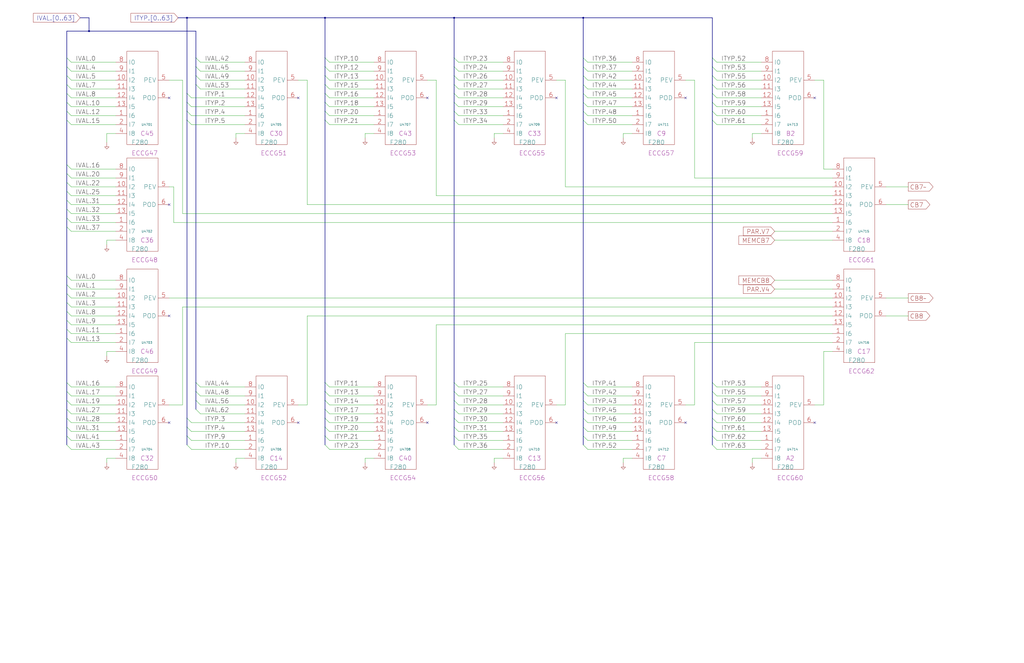
<source format=kicad_sch>
(kicad_sch (version 20220126) (generator eeschema)
  (paper "User" 584.2 378.46)
  (title_block (title "ERROR CHECKING & CORRECTION\\nCHECK BITS 7 & 8") (date "22-SEP-90") (rev "2.0") (comment 1 "IOC") (comment 2 "232-003061") (comment 3 "S400") (comment 4 "RELEASED"))
  (lib_symbols
    (symbol "r1000:F280" (pin_names (offset 1.016))
      (property "Reference" "U" (at 2.54 5.08 0))
      (property "Value" "F280" (at -6.35 -5.08 0))
      (property "Location" "___" (at -1.27 0 0))
      (property "Name" "______" (at 1.27 -12.7 0))
      (symbol "F280_1_1"
        (rectangle (start -8.89 46.99) (end 8.89 -6.35))
        (pin input line (at -15.24 10.16 0) (length 6.35) (name "I6") (number "1"))
        (pin input line (at -15.24 30.48 0) (length 6.35) (name "I2") (number "10"))
        (pin input line (at -15.24 25.4 0) (length 6.35) (name "I3") (number "11"))
        (pin input line (at -15.24 20.32 0) (length 6.35) (name "I4") (number "12"))
        (pin input line (at -15.24 15.24 0) (length 6.35) (name "I5") (number "13"))
        (pin input line (at -15.24 5.08 0) (length 6.35) (name "I7") (number "2"))
        (pin input line (at -15.24 0 0) (length 6.35) (name "I8") (number "4"))
        (pin output line (at 15.24 30.48 180) (length 6.35) (name "PEV") (number "5"))
        (pin output line (at 15.24 20.32 180) (length 6.35) (name "POD") (number "6"))
        (pin input line (at -15.24 40.64 0) (length 6.35) (name "I0") (number "8"))
        (pin input line (at -15.24 35.56 0) (length 6.35) (name "I1") (number "9"))
      )
    )
    (symbol "r1000:PD" (power) (pin_numbers hide) (pin_names hide) (in_bom no)
      (symbol "PD_0_1"
        (polyline (pts (xy 0 -2.54) (xy 1.27 -2.54) (xy 0 -3.81) (xy -1.27 -2.54) (xy 0 -2.54)) (stroke (width 0.1524)))
      )
      (symbol "PD_1_1"
        (pin power_in line (at 0 0 270) (length 2.54) (name "PD") (number "1"))
      )
    )
  )
  (bus (pts (xy 101.6 10.16) (xy 106.68 10.16)))
  (bus (pts (xy 106.68 10.16) (xy 106.68 53.34)))
  (bus (pts (xy 106.68 10.16) (xy 185.42 10.16)))
  (bus (pts (xy 106.68 238.76) (xy 106.68 243.84)))
  (bus (pts (xy 106.68 243.84) (xy 106.68 248.92)))
  (bus (pts (xy 106.68 248.92) (xy 106.68 254)))
  (bus (pts (xy 106.68 53.34) (xy 106.68 58.42)))
  (bus (pts (xy 106.68 58.42) (xy 106.68 63.5)))
  (bus (pts (xy 106.68 63.5) (xy 106.68 68.58)))
  (bus (pts (xy 106.68 68.58) (xy 106.68 238.76)))
  (bus (pts (xy 111.76 17.78) (xy 111.76 33.02)))
  (bus (pts (xy 111.76 218.44) (xy 111.76 223.52)))
  (bus (pts (xy 111.76 223.52) (xy 111.76 228.6)))
  (bus (pts (xy 111.76 228.6) (xy 111.76 233.68)))
  (bus (pts (xy 111.76 33.02) (xy 111.76 38.1)))
  (bus (pts (xy 111.76 38.1) (xy 111.76 43.18)))
  (bus (pts (xy 111.76 43.18) (xy 111.76 48.26)))
  (bus (pts (xy 111.76 48.26) (xy 111.76 218.44)))
  (bus (pts (xy 185.42 10.16) (xy 185.42 33.02)))
  (bus (pts (xy 185.42 10.16) (xy 259.08 10.16)))
  (bus (pts (xy 185.42 218.44) (xy 185.42 223.52)))
  (bus (pts (xy 185.42 223.52) (xy 185.42 228.6)))
  (bus (pts (xy 185.42 228.6) (xy 185.42 233.68)))
  (bus (pts (xy 185.42 233.68) (xy 185.42 238.76)))
  (bus (pts (xy 185.42 238.76) (xy 185.42 243.84)))
  (bus (pts (xy 185.42 243.84) (xy 185.42 248.92)))
  (bus (pts (xy 185.42 248.92) (xy 185.42 254)))
  (bus (pts (xy 185.42 33.02) (xy 185.42 38.1)))
  (bus (pts (xy 185.42 38.1) (xy 185.42 43.18)))
  (bus (pts (xy 185.42 43.18) (xy 185.42 48.26)))
  (bus (pts (xy 185.42 48.26) (xy 185.42 53.34)))
  (bus (pts (xy 185.42 53.34) (xy 185.42 58.42)))
  (bus (pts (xy 185.42 58.42) (xy 185.42 63.5)))
  (bus (pts (xy 185.42 63.5) (xy 185.42 68.58)))
  (bus (pts (xy 185.42 68.58) (xy 185.42 218.44)))
  (bus (pts (xy 259.08 10.16) (xy 259.08 33.02)))
  (bus (pts (xy 259.08 10.16) (xy 332.74 10.16)))
  (bus (pts (xy 259.08 218.44) (xy 259.08 223.52)))
  (bus (pts (xy 259.08 223.52) (xy 259.08 228.6)))
  (bus (pts (xy 259.08 228.6) (xy 259.08 233.68)))
  (bus (pts (xy 259.08 233.68) (xy 259.08 238.76)))
  (bus (pts (xy 259.08 238.76) (xy 259.08 243.84)))
  (bus (pts (xy 259.08 243.84) (xy 259.08 248.92)))
  (bus (pts (xy 259.08 248.92) (xy 259.08 254)))
  (bus (pts (xy 259.08 33.02) (xy 259.08 38.1)))
  (bus (pts (xy 259.08 38.1) (xy 259.08 43.18)))
  (bus (pts (xy 259.08 43.18) (xy 259.08 48.26)))
  (bus (pts (xy 259.08 48.26) (xy 259.08 53.34)))
  (bus (pts (xy 259.08 53.34) (xy 259.08 58.42)))
  (bus (pts (xy 259.08 58.42) (xy 259.08 63.5)))
  (bus (pts (xy 259.08 63.5) (xy 259.08 68.58)))
  (bus (pts (xy 259.08 68.58) (xy 259.08 218.44)))
  (bus (pts (xy 332.74 10.16) (xy 332.74 33.02)))
  (bus (pts (xy 332.74 218.44) (xy 332.74 223.52)))
  (bus (pts (xy 332.74 223.52) (xy 332.74 228.6)))
  (bus (pts (xy 332.74 228.6) (xy 332.74 233.68)))
  (bus (pts (xy 332.74 233.68) (xy 332.74 238.76)))
  (bus (pts (xy 332.74 238.76) (xy 332.74 243.84)))
  (bus (pts (xy 332.74 243.84) (xy 332.74 248.92)))
  (bus (pts (xy 332.74 248.92) (xy 332.74 254)))
  (bus (pts (xy 332.74 33.02) (xy 332.74 38.1)))
  (bus (pts (xy 332.74 38.1) (xy 332.74 43.18)))
  (bus (pts (xy 332.74 43.18) (xy 332.74 48.26)))
  (bus (pts (xy 332.74 48.26) (xy 332.74 53.34)))
  (bus (pts (xy 332.74 53.34) (xy 332.74 58.42)))
  (bus (pts (xy 332.74 58.42) (xy 332.74 63.5)))
  (bus (pts (xy 332.74 63.5) (xy 332.74 68.58)))
  (bus (pts (xy 332.74 68.58) (xy 332.74 218.44)))
  (bus (pts (xy 38.1 104.14) (xy 38.1 109.22)))
  (bus (pts (xy 38.1 109.22) (xy 38.1 114.3)))
  (bus (pts (xy 38.1 114.3) (xy 38.1 119.38)))
  (bus (pts (xy 38.1 119.38) (xy 38.1 124.46)))
  (bus (pts (xy 38.1 124.46) (xy 38.1 129.54)))
  (bus (pts (xy 38.1 129.54) (xy 38.1 157.48)))
  (bus (pts (xy 38.1 157.48) (xy 38.1 162.56)))
  (bus (pts (xy 38.1 162.56) (xy 38.1 167.64)))
  (bus (pts (xy 38.1 167.64) (xy 38.1 172.72)))
  (bus (pts (xy 38.1 17.78) (xy 38.1 33.02)))
  (bus (pts (xy 38.1 17.78) (xy 50.8 17.78)))
  (bus (pts (xy 38.1 172.72) (xy 38.1 177.8)))
  (bus (pts (xy 38.1 177.8) (xy 38.1 182.88)))
  (bus (pts (xy 38.1 182.88) (xy 38.1 187.96)))
  (bus (pts (xy 38.1 187.96) (xy 38.1 193.04)))
  (bus (pts (xy 38.1 193.04) (xy 38.1 218.44)))
  (bus (pts (xy 38.1 218.44) (xy 38.1 223.52)))
  (bus (pts (xy 38.1 223.52) (xy 38.1 228.6)))
  (bus (pts (xy 38.1 228.6) (xy 38.1 233.68)))
  (bus (pts (xy 38.1 233.68) (xy 38.1 238.76)))
  (bus (pts (xy 38.1 238.76) (xy 38.1 243.84)))
  (bus (pts (xy 38.1 243.84) (xy 38.1 248.92)))
  (bus (pts (xy 38.1 248.92) (xy 38.1 254)))
  (bus (pts (xy 38.1 33.02) (xy 38.1 38.1)))
  (bus (pts (xy 38.1 38.1) (xy 38.1 43.18)))
  (bus (pts (xy 38.1 43.18) (xy 38.1 48.26)))
  (bus (pts (xy 38.1 48.26) (xy 38.1 53.34)))
  (bus (pts (xy 38.1 53.34) (xy 38.1 58.42)))
  (bus (pts (xy 38.1 58.42) (xy 38.1 63.5)))
  (bus (pts (xy 38.1 63.5) (xy 38.1 68.58)))
  (bus (pts (xy 38.1 68.58) (xy 38.1 93.98)))
  (bus (pts (xy 38.1 93.98) (xy 38.1 99.06)))
  (bus (pts (xy 38.1 99.06) (xy 38.1 104.14)))
  (bus (pts (xy 406.4 10.16) (xy 332.74 10.16)))
  (bus (pts (xy 406.4 10.16) (xy 406.4 33.02)))
  (bus (pts (xy 406.4 218.44) (xy 406.4 223.52)))
  (bus (pts (xy 406.4 223.52) (xy 406.4 228.6)))
  (bus (pts (xy 406.4 228.6) (xy 406.4 233.68)))
  (bus (pts (xy 406.4 233.68) (xy 406.4 238.76)))
  (bus (pts (xy 406.4 238.76) (xy 406.4 243.84)))
  (bus (pts (xy 406.4 243.84) (xy 406.4 248.92)))
  (bus (pts (xy 406.4 248.92) (xy 406.4 254)))
  (bus (pts (xy 406.4 33.02) (xy 406.4 38.1)))
  (bus (pts (xy 406.4 38.1) (xy 406.4 43.18)))
  (bus (pts (xy 406.4 43.18) (xy 406.4 48.26)))
  (bus (pts (xy 406.4 48.26) (xy 406.4 53.34)))
  (bus (pts (xy 406.4 53.34) (xy 406.4 58.42)))
  (bus (pts (xy 406.4 58.42) (xy 406.4 63.5)))
  (bus (pts (xy 406.4 63.5) (xy 406.4 68.58)))
  (bus (pts (xy 406.4 68.58) (xy 406.4 218.44)))
  (bus (pts (xy 45.72 10.16) (xy 50.8 10.16)))
  (bus (pts (xy 50.8 10.16) (xy 50.8 17.78)))
  (bus (pts (xy 50.8 17.78) (xy 111.76 17.78)))
  (wire (pts (xy 104.14 121.92) (xy 474.98 121.92)))
  (wire (pts (xy 104.14 175.26) (xy 474.98 175.26)))
  (wire (pts (xy 104.14 231.14) (xy 104.14 175.26)))
  (wire (pts (xy 104.14 45.72) (xy 104.14 121.92)))
  (wire (pts (xy 109.22 241.3) (xy 139.7 241.3)))
  (wire (pts (xy 109.22 246.38) (xy 139.7 246.38)))
  (wire (pts (xy 109.22 251.46) (xy 139.7 251.46)))
  (wire (pts (xy 109.22 256.54) (xy 139.7 256.54)))
  (wire (pts (xy 109.22 55.88) (xy 139.7 55.88)))
  (wire (pts (xy 109.22 60.96) (xy 139.7 60.96)))
  (wire (pts (xy 109.22 66.04) (xy 139.7 66.04)))
  (wire (pts (xy 109.22 71.12) (xy 139.7 71.12)))
  (wire (pts (xy 114.3 220.98) (xy 139.7 220.98)))
  (wire (pts (xy 114.3 226.06) (xy 139.7 226.06)))
  (wire (pts (xy 114.3 231.14) (xy 139.7 231.14)))
  (wire (pts (xy 114.3 236.22) (xy 139.7 236.22)))
  (wire (pts (xy 114.3 35.56) (xy 139.7 35.56)))
  (wire (pts (xy 114.3 40.64) (xy 139.7 40.64)))
  (wire (pts (xy 114.3 45.72) (xy 139.7 45.72)))
  (wire (pts (xy 114.3 50.8) (xy 139.7 50.8)))
  (wire (pts (xy 134.62 261.62) (xy 134.62 264.16)))
  (wire (pts (xy 134.62 76.2) (xy 134.62 78.74)))
  (wire (pts (xy 139.7 261.62) (xy 134.62 261.62)))
  (wire (pts (xy 139.7 76.2) (xy 134.62 76.2)))
  (wire (pts (xy 175.26 116.84) (xy 175.26 45.72)))
  (wire (pts (xy 175.26 180.34) (xy 175.26 231.14)))
  (wire (pts (xy 175.26 231.14) (xy 170.18 231.14)))
  (wire (pts (xy 175.26 45.72) (xy 170.18 45.72)))
  (wire (pts (xy 187.96 220.98) (xy 213.36 220.98)))
  (wire (pts (xy 187.96 226.06) (xy 213.36 226.06)))
  (wire (pts (xy 187.96 231.14) (xy 213.36 231.14)))
  (wire (pts (xy 187.96 236.22) (xy 213.36 236.22)))
  (wire (pts (xy 187.96 241.3) (xy 213.36 241.3)))
  (wire (pts (xy 187.96 246.38) (xy 213.36 246.38)))
  (wire (pts (xy 187.96 251.46) (xy 213.36 251.46)))
  (wire (pts (xy 187.96 256.54) (xy 213.36 256.54)))
  (wire (pts (xy 187.96 35.56) (xy 213.36 35.56)))
  (wire (pts (xy 187.96 40.64) (xy 213.36 40.64)))
  (wire (pts (xy 187.96 45.72) (xy 213.36 45.72)))
  (wire (pts (xy 187.96 50.8) (xy 213.36 50.8)))
  (wire (pts (xy 187.96 55.88) (xy 213.36 55.88)))
  (wire (pts (xy 187.96 60.96) (xy 213.36 60.96)))
  (wire (pts (xy 187.96 66.04) (xy 213.36 66.04)))
  (wire (pts (xy 187.96 71.12) (xy 213.36 71.12)))
  (wire (pts (xy 208.28 261.62) (xy 208.28 264.16)))
  (wire (pts (xy 208.28 76.2) (xy 208.28 78.74)))
  (wire (pts (xy 213.36 261.62) (xy 208.28 261.62)))
  (wire (pts (xy 213.36 76.2) (xy 208.28 76.2)))
  (wire (pts (xy 243.84 231.14) (xy 248.92 231.14)))
  (wire (pts (xy 243.84 45.72) (xy 248.92 45.72)))
  (wire (pts (xy 248.92 111.76) (xy 474.98 111.76)))
  (wire (pts (xy 248.92 185.42) (xy 474.98 185.42)))
  (wire (pts (xy 248.92 231.14) (xy 248.92 185.42)))
  (wire (pts (xy 248.92 45.72) (xy 248.92 111.76)))
  (wire (pts (xy 261.62 220.98) (xy 287.02 220.98)))
  (wire (pts (xy 261.62 226.06) (xy 287.02 226.06)))
  (wire (pts (xy 261.62 231.14) (xy 287.02 231.14)))
  (wire (pts (xy 261.62 236.22) (xy 287.02 236.22)))
  (wire (pts (xy 261.62 241.3) (xy 287.02 241.3)))
  (wire (pts (xy 261.62 246.38) (xy 287.02 246.38)))
  (wire (pts (xy 261.62 251.46) (xy 287.02 251.46)))
  (wire (pts (xy 261.62 256.54) (xy 287.02 256.54)))
  (wire (pts (xy 261.62 35.56) (xy 287.02 35.56)))
  (wire (pts (xy 261.62 40.64) (xy 287.02 40.64)))
  (wire (pts (xy 261.62 45.72) (xy 287.02 45.72)))
  (wire (pts (xy 261.62 50.8) (xy 287.02 50.8)))
  (wire (pts (xy 261.62 55.88) (xy 287.02 55.88)))
  (wire (pts (xy 261.62 60.96) (xy 287.02 60.96)))
  (wire (pts (xy 261.62 66.04) (xy 287.02 66.04)))
  (wire (pts (xy 261.62 71.12) (xy 287.02 71.12)))
  (wire (pts (xy 281.94 261.62) (xy 281.94 264.16)))
  (wire (pts (xy 281.94 76.2) (xy 281.94 78.74)))
  (wire (pts (xy 287.02 261.62) (xy 281.94 261.62)))
  (wire (pts (xy 287.02 76.2) (xy 281.94 76.2)))
  (wire (pts (xy 322.58 106.68) (xy 322.58 45.72)))
  (wire (pts (xy 322.58 190.5) (xy 322.58 231.14)))
  (wire (pts (xy 322.58 231.14) (xy 317.5 231.14)))
  (wire (pts (xy 322.58 45.72) (xy 317.5 45.72)))
  (wire (pts (xy 335.28 220.98) (xy 360.68 220.98)))
  (wire (pts (xy 335.28 226.06) (xy 360.68 226.06)))
  (wire (pts (xy 335.28 231.14) (xy 360.68 231.14)))
  (wire (pts (xy 335.28 236.22) (xy 360.68 236.22)))
  (wire (pts (xy 335.28 241.3) (xy 360.68 241.3)))
  (wire (pts (xy 335.28 246.38) (xy 360.68 246.38)))
  (wire (pts (xy 335.28 251.46) (xy 360.68 251.46)))
  (wire (pts (xy 335.28 256.54) (xy 360.68 256.54)))
  (wire (pts (xy 335.28 35.56) (xy 360.68 35.56)))
  (wire (pts (xy 335.28 40.64) (xy 360.68 40.64)))
  (wire (pts (xy 335.28 45.72) (xy 360.68 45.72)))
  (wire (pts (xy 335.28 50.8) (xy 360.68 50.8)))
  (wire (pts (xy 335.28 55.88) (xy 360.68 55.88)))
  (wire (pts (xy 335.28 60.96) (xy 360.68 60.96)))
  (wire (pts (xy 335.28 66.04) (xy 360.68 66.04)))
  (wire (pts (xy 335.28 71.12) (xy 360.68 71.12)))
  (wire (pts (xy 355.6 261.62) (xy 355.6 264.16)))
  (wire (pts (xy 355.6 76.2) (xy 355.6 78.74)))
  (wire (pts (xy 360.68 261.62) (xy 355.6 261.62)))
  (wire (pts (xy 360.68 76.2) (xy 355.6 76.2)))
  (wire (pts (xy 391.16 231.14) (xy 396.24 231.14)))
  (wire (pts (xy 391.16 45.72) (xy 396.24 45.72)))
  (wire (pts (xy 396.24 101.6) (xy 474.98 101.6)))
  (wire (pts (xy 396.24 195.58) (xy 474.98 195.58)))
  (wire (pts (xy 396.24 231.14) (xy 396.24 195.58)))
  (wire (pts (xy 396.24 45.72) (xy 396.24 101.6)))
  (wire (pts (xy 40.64 101.6) (xy 66.04 101.6)))
  (wire (pts (xy 40.64 106.68) (xy 66.04 106.68)))
  (wire (pts (xy 40.64 111.76) (xy 66.04 111.76)))
  (wire (pts (xy 40.64 116.84) (xy 66.04 116.84)))
  (wire (pts (xy 40.64 121.92) (xy 66.04 121.92)))
  (wire (pts (xy 40.64 127) (xy 66.04 127)))
  (wire (pts (xy 40.64 132.08) (xy 66.04 132.08)))
  (wire (pts (xy 40.64 160.02) (xy 66.04 160.02)))
  (wire (pts (xy 40.64 165.1) (xy 66.04 165.1)))
  (wire (pts (xy 40.64 170.18) (xy 66.04 170.18)))
  (wire (pts (xy 40.64 175.26) (xy 66.04 175.26)))
  (wire (pts (xy 40.64 180.34) (xy 66.04 180.34)))
  (wire (pts (xy 40.64 185.42) (xy 66.04 185.42)))
  (wire (pts (xy 40.64 190.5) (xy 66.04 190.5)))
  (wire (pts (xy 40.64 195.58) (xy 66.04 195.58)))
  (wire (pts (xy 40.64 220.98) (xy 66.04 220.98)))
  (wire (pts (xy 40.64 226.06) (xy 66.04 226.06)))
  (wire (pts (xy 40.64 231.14) (xy 66.04 231.14)))
  (wire (pts (xy 40.64 236.22) (xy 66.04 236.22)))
  (wire (pts (xy 40.64 241.3) (xy 66.04 241.3)))
  (wire (pts (xy 40.64 246.38) (xy 66.04 246.38)))
  (wire (pts (xy 40.64 251.46) (xy 66.04 251.46)))
  (wire (pts (xy 40.64 256.54) (xy 66.04 256.54)))
  (wire (pts (xy 40.64 35.56) (xy 66.04 35.56)))
  (wire (pts (xy 40.64 40.64) (xy 66.04 40.64)))
  (wire (pts (xy 40.64 45.72) (xy 66.04 45.72)))
  (wire (pts (xy 40.64 50.8) (xy 66.04 50.8)))
  (wire (pts (xy 40.64 55.88) (xy 66.04 55.88)))
  (wire (pts (xy 40.64 60.96) (xy 66.04 60.96)))
  (wire (pts (xy 40.64 66.04) (xy 66.04 66.04)))
  (wire (pts (xy 40.64 71.12) (xy 66.04 71.12)))
  (wire (pts (xy 40.64 96.52) (xy 66.04 96.52)))
  (wire (pts (xy 408.94 220.98) (xy 434.34 220.98)))
  (wire (pts (xy 408.94 226.06) (xy 434.34 226.06)))
  (wire (pts (xy 408.94 231.14) (xy 434.34 231.14)))
  (wire (pts (xy 408.94 236.22) (xy 434.34 236.22)))
  (wire (pts (xy 408.94 241.3) (xy 434.34 241.3)))
  (wire (pts (xy 408.94 246.38) (xy 434.34 246.38)))
  (wire (pts (xy 408.94 251.46) (xy 434.34 251.46)))
  (wire (pts (xy 408.94 256.54) (xy 434.34 256.54)))
  (wire (pts (xy 408.94 35.56) (xy 434.34 35.56)))
  (wire (pts (xy 408.94 40.64) (xy 434.34 40.64)))
  (wire (pts (xy 408.94 45.72) (xy 434.34 45.72)))
  (wire (pts (xy 408.94 50.8) (xy 434.34 50.8)))
  (wire (pts (xy 408.94 55.88) (xy 434.34 55.88)))
  (wire (pts (xy 408.94 60.96) (xy 434.34 60.96)))
  (wire (pts (xy 408.94 66.04) (xy 434.34 66.04)))
  (wire (pts (xy 408.94 71.12) (xy 434.34 71.12)))
  (wire (pts (xy 429.26 261.62) (xy 429.26 264.16)))
  (wire (pts (xy 429.26 76.2) (xy 429.26 78.74)))
  (wire (pts (xy 434.34 261.62) (xy 429.26 261.62)))
  (wire (pts (xy 434.34 76.2) (xy 429.26 76.2)))
  (wire (pts (xy 441.96 132.08) (xy 474.98 132.08)))
  (wire (pts (xy 441.96 137.16) (xy 474.98 137.16)))
  (wire (pts (xy 441.96 160.02) (xy 474.98 160.02)))
  (wire (pts (xy 441.96 165.1) (xy 474.98 165.1)))
  (wire (pts (xy 464.82 231.14) (xy 469.9 231.14)))
  (wire (pts (xy 464.82 45.72) (xy 469.9 45.72)))
  (wire (pts (xy 469.9 200.66) (xy 474.98 200.66)))
  (wire (pts (xy 469.9 231.14) (xy 469.9 200.66)))
  (wire (pts (xy 469.9 45.72) (xy 469.9 96.52)))
  (wire (pts (xy 469.9 96.52) (xy 474.98 96.52)))
  (wire (pts (xy 474.98 106.68) (xy 322.58 106.68)))
  (wire (pts (xy 474.98 116.84) (xy 175.26 116.84)))
  (wire (pts (xy 474.98 127) (xy 99.06 127)))
  (wire (pts (xy 474.98 180.34) (xy 175.26 180.34)))
  (wire (pts (xy 474.98 190.5) (xy 322.58 190.5)))
  (wire (pts (xy 505.46 106.68) (xy 518.16 106.68)))
  (wire (pts (xy 505.46 116.84) (xy 518.16 116.84)))
  (wire (pts (xy 505.46 170.18) (xy 518.16 170.18)))
  (wire (pts (xy 505.46 180.34) (xy 518.16 180.34)))
  (wire (pts (xy 60.96 137.16) (xy 60.96 139.7)))
  (wire (pts (xy 60.96 200.66) (xy 60.96 203.2)))
  (wire (pts (xy 60.96 261.62) (xy 60.96 264.16)))
  (wire (pts (xy 60.96 76.2) (xy 66.04 76.2)))
  (wire (pts (xy 60.96 81.28) (xy 60.96 76.2)))
  (wire (pts (xy 66.04 137.16) (xy 60.96 137.16)))
  (wire (pts (xy 66.04 200.66) (xy 60.96 200.66)))
  (wire (pts (xy 66.04 261.62) (xy 60.96 261.62)))
  (wire (pts (xy 96.52 170.18) (xy 474.98 170.18)))
  (wire (pts (xy 96.52 231.14) (xy 104.14 231.14)))
  (wire (pts (xy 96.52 45.72) (xy 104.14 45.72)))
  (wire (pts (xy 99.06 106.68) (xy 96.52 106.68)))
  (wire (pts (xy 99.06 127) (xy 99.06 106.68)))
  (bus_entry (at 38.1 33.02) (size 2.54 2.54))
  (bus_entry (at 38.1 38.1) (size 2.54 2.54))
  (bus_entry (at 38.1 43.18) (size 2.54 2.54))
  (bus_entry (at 38.1 48.26) (size 2.54 2.54))
  (bus_entry (at 38.1 53.34) (size 2.54 2.54))
  (bus_entry (at 38.1 58.42) (size 2.54 2.54))
  (bus_entry (at 38.1 63.5) (size 2.54 2.54))
  (bus_entry (at 38.1 68.58) (size 2.54 2.54))
  (bus_entry (at 38.1 93.98) (size 2.54 2.54))
  (bus_entry (at 38.1 99.06) (size 2.54 2.54))
  (bus_entry (at 38.1 104.14) (size 2.54 2.54))
  (bus_entry (at 38.1 109.22) (size 2.54 2.54))
  (bus_entry (at 38.1 114.3) (size 2.54 2.54))
  (bus_entry (at 38.1 119.38) (size 2.54 2.54))
  (bus_entry (at 38.1 124.46) (size 2.54 2.54))
  (bus_entry (at 38.1 129.54) (size 2.54 2.54))
  (bus_entry (at 38.1 157.48) (size 2.54 2.54))
  (bus_entry (at 38.1 162.56) (size 2.54 2.54))
  (bus_entry (at 38.1 167.64) (size 2.54 2.54))
  (bus_entry (at 38.1 172.72) (size 2.54 2.54))
  (bus_entry (at 38.1 177.8) (size 2.54 2.54))
  (bus_entry (at 38.1 182.88) (size 2.54 2.54))
  (bus_entry (at 38.1 187.96) (size 2.54 2.54))
  (bus_entry (at 38.1 193.04) (size 2.54 2.54))
  (bus_entry (at 38.1 218.44) (size 2.54 2.54))
  (bus_entry (at 38.1 223.52) (size 2.54 2.54))
  (bus_entry (at 38.1 228.6) (size 2.54 2.54))
  (bus_entry (at 38.1 233.68) (size 2.54 2.54))
  (bus_entry (at 38.1 238.76) (size 2.54 2.54))
  (bus_entry (at 38.1 243.84) (size 2.54 2.54))
  (bus_entry (at 38.1 248.92) (size 2.54 2.54))
  (bus_entry (at 38.1 254) (size 2.54 2.54))
  (label "IVAL.0" (at 43.18 35.56 0) (effects (font (size 2.54 2.54))))
  (label "IVAL.4" (at 43.18 40.64 0) (effects (font (size 2.54 2.54))))
  (label "IVAL.5" (at 43.18 45.72 0) (effects (font (size 2.54 2.54))))
  (label "IVAL.7" (at 43.18 50.8 0) (effects (font (size 2.54 2.54))))
  (label "IVAL.8" (at 43.18 55.88 0) (effects (font (size 2.54 2.54))))
  (label "IVAL.10" (at 43.18 60.96 0) (effects (font (size 2.54 2.54))))
  (label "IVAL.12" (at 43.18 66.04 0) (effects (font (size 2.54 2.54))))
  (label "IVAL.15" (at 43.18 71.12 0) (effects (font (size 2.54 2.54))))
  (label "IVAL.16" (at 43.18 96.52 0) (effects (font (size 2.54 2.54))))
  (label "IVAL.20" (at 43.18 101.6 0) (effects (font (size 2.54 2.54))))
  (label "IVAL.22" (at 43.18 106.68 0) (effects (font (size 2.54 2.54))))
  (label "IVAL.25" (at 43.18 111.76 0) (effects (font (size 2.54 2.54))))
  (label "IVAL.31" (at 43.18 116.84 0) (effects (font (size 2.54 2.54))))
  (label "IVAL.32" (at 43.18 121.92 0) (effects (font (size 2.54 2.54))))
  (label "IVAL.33" (at 43.18 127 0) (effects (font (size 2.54 2.54))))
  (label "IVAL.37" (at 43.18 132.08 0) (effects (font (size 2.54 2.54))))
  (label "IVAL.0" (at 43.18 160.02 0) (effects (font (size 2.54 2.54))))
  (label "IVAL.1" (at 43.18 165.1 0) (effects (font (size 2.54 2.54))))
  (label "IVAL.2" (at 43.18 170.18 0) (effects (font (size 2.54 2.54))))
  (label "IVAL.3" (at 43.18 175.26 0) (effects (font (size 2.54 2.54))))
  (label "IVAL.8" (at 43.18 180.34 0) (effects (font (size 2.54 2.54))))
  (label "IVAL.9" (at 43.18 185.42 0) (effects (font (size 2.54 2.54))))
  (label "IVAL.11" (at 43.18 190.5 0) (effects (font (size 2.54 2.54))))
  (label "IVAL.13" (at 43.18 195.58 0) (effects (font (size 2.54 2.54))))
  (label "IVAL.16" (at 43.18 220.98 0) (effects (font (size 2.54 2.54))))
  (label "IVAL.17" (at 43.18 226.06 0) (effects (font (size 2.54 2.54))))
  (label "IVAL.19" (at 43.18 231.14 0) (effects (font (size 2.54 2.54))))
  (label "IVAL.27" (at 43.18 236.22 0) (effects (font (size 2.54 2.54))))
  (label "IVAL.28" (at 43.18 241.3 0) (effects (font (size 2.54 2.54))))
  (label "IVAL.31" (at 43.18 246.38 0) (effects (font (size 2.54 2.54))))
  (label "IVAL.41" (at 43.18 251.46 0) (effects (font (size 2.54 2.54))))
  (label "IVAL.43" (at 43.18 256.54 0) (effects (font (size 2.54 2.54))))
  (global_label "IVAL.[0..63]" (shape input) (at 45.72 10.16 180) (effects (font (size 2.54 2.54))) (property "Intersheet References" "${INTERSHEET_REFS}" (at 19.0016 10.0013 0) (effects (font (size 1.905 1.905)) (justify right))))
  (junction (at 50.8 17.78))
  (symbol (lib_id "r1000:PD") (at 60.96 81.28 0) (unit 1) (in_bom no)
    (property "Reference" "#PWR04701" (effects hide))
    (property "Value" "PD" (effects hide))
  )
  (symbol (lib_id "r1000:PD") (at 60.96 139.7 0) (unit 1) (in_bom no)
    (property "Reference" "#PWR04702" (effects hide))
    (property "Value" "PD" (effects hide))
  )
  (symbol (lib_id "r1000:PD") (at 60.96 203.2 0) (unit 1) (in_bom no)
    (property "Reference" "#PWR04703" (effects hide))
    (property "Value" "PD" (effects hide))
  )
  (symbol (lib_id "r1000:PD") (at 60.96 264.16 0) (unit 1) (in_bom no)
    (property "Reference" "#PWR04704" (effects hide))
    (property "Value" "PD" (effects hide))
  )
  (symbol (lib_id "r1000:F280") (at 81.28 76.2 0) (unit 1)
    (property "Reference" "U4701" (at 83.82 71.12 0))
    (property "Value" "F280" (at 74.93 81.28 0) (effects (font (size 2.54 2.54)) (justify left)))
    (property "Location" "C45" (at 80.01 76.2 0) (effects (font (size 2.54 2.54)) (justify left)))
    (property "Name" "ECCG47" (at 82.55 88.9 0) (effects (font (size 2.54 2.54)) (justify bottom)))
  )
  (symbol (lib_id "r1000:F280") (at 81.28 137.16 0) (unit 1)
    (property "Reference" "U4702" (at 83.82 132.08 0))
    (property "Value" "F280" (at 74.93 142.24 0) (effects (font (size 2.54 2.54)) (justify left)))
    (property "Location" "C36" (at 80.01 137.16 0) (effects (font (size 2.54 2.54)) (justify left)))
    (property "Name" "ECCG48" (at 82.55 149.86 0) (effects (font (size 2.54 2.54)) (justify bottom)))
  )
  (symbol (lib_id "r1000:F280") (at 81.28 200.66 0) (unit 1)
    (property "Reference" "U4703" (at 83.82 195.58 0))
    (property "Value" "F280" (at 74.93 205.74 0) (effects (font (size 2.54 2.54)) (justify left)))
    (property "Location" "C46" (at 80.01 200.66 0) (effects (font (size 2.54 2.54)) (justify left)))
    (property "Name" "ECCG49" (at 82.55 213.36 0) (effects (font (size 2.54 2.54)) (justify bottom)))
  )
  (symbol (lib_id "r1000:F280") (at 81.28 261.62 0) (unit 1)
    (property "Reference" "U4704" (at 83.82 256.54 0))
    (property "Value" "F280" (at 74.93 266.7 0) (effects (font (size 2.54 2.54)) (justify left)))
    (property "Location" "C32" (at 80.01 261.62 0) (effects (font (size 2.54 2.54)) (justify left)))
    (property "Name" "ECCG50" (at 82.55 274.32 0) (effects (font (size 2.54 2.54)) (justify bottom)))
  )
  (no_connect (at 96.52 55.88))
  (no_connect (at 96.52 116.84))
  (no_connect (at 96.52 180.34))
  (no_connect (at 96.52 241.3))
  (global_label "ITYP.[0..63]" (shape input) (at 101.6 10.16 180) (effects (font (size 2.54 2.54))) (property "Intersheet References" "${INTERSHEET_REFS}" (at 74.6397 10.0013 0) (effects (font (size 1.905 1.905)) (justify right))))
  (junction (at 106.68 10.16))
  (bus_entry (at 106.68 53.34) (size 2.54 2.54))
  (bus_entry (at 106.68 58.42) (size 2.54 2.54))
  (bus_entry (at 106.68 63.5) (size 2.54 2.54))
  (bus_entry (at 106.68 68.58) (size 2.54 2.54))
  (bus_entry (at 106.68 238.76) (size 2.54 2.54))
  (bus_entry (at 106.68 243.84) (size 2.54 2.54))
  (bus_entry (at 106.68 248.92) (size 2.54 2.54))
  (bus_entry (at 106.68 254) (size 2.54 2.54))
  (bus_entry (at 111.76 33.02) (size 2.54 2.54))
  (bus_entry (at 111.76 38.1) (size 2.54 2.54))
  (bus_entry (at 111.76 43.18) (size 2.54 2.54))
  (bus_entry (at 111.76 48.26) (size 2.54 2.54))
  (bus_entry (at 111.76 218.44) (size 2.54 2.54))
  (bus_entry (at 111.76 223.52) (size 2.54 2.54))
  (bus_entry (at 111.76 228.6) (size 2.54 2.54))
  (bus_entry (at 111.76 233.68) (size 2.54 2.54))
  (label "IVAL.42" (at 116.84 35.56 0) (effects (font (size 2.54 2.54))))
  (label "IVAL.45" (at 116.84 40.64 0) (effects (font (size 2.54 2.54))))
  (label "IVAL.49" (at 116.84 45.72 0) (effects (font (size 2.54 2.54))))
  (label "IVAL.53" (at 116.84 50.8 0) (effects (font (size 2.54 2.54))))
  (label "ITYP.1" (at 116.84 55.88 0) (effects (font (size 2.54 2.54))))
  (label "ITYP.2" (at 116.84 60.96 0) (effects (font (size 2.54 2.54))))
  (label "ITYP.4" (at 116.84 66.04 0) (effects (font (size 2.54 2.54))))
  (label "ITYP.5" (at 116.84 71.12 0) (effects (font (size 2.54 2.54))))
  (label "IVAL.44" (at 116.84 220.98 0) (effects (font (size 2.54 2.54))))
  (label "IVAL.48" (at 116.84 226.06 0) (effects (font (size 2.54 2.54))))
  (label "IVAL.56" (at 116.84 231.14 0) (effects (font (size 2.54 2.54))))
  (label "IVAL.62" (at 116.84 236.22 0) (effects (font (size 2.54 2.54))))
  (label "ITYP.3" (at 116.84 241.3 0) (effects (font (size 2.54 2.54))))
  (label "ITYP.4" (at 116.84 246.38 0) (effects (font (size 2.54 2.54))))
  (label "ITYP.9" (at 116.84 251.46 0) (effects (font (size 2.54 2.54))))
  (label "ITYP.10" (at 116.84 256.54 0) (effects (font (size 2.54 2.54))))
  (symbol (lib_id "r1000:PD") (at 134.62 78.74 0) (unit 1) (in_bom no)
    (property "Reference" "#PWR04705" (effects hide))
    (property "Value" "PD" (effects hide))
  )
  (symbol (lib_id "r1000:PD") (at 134.62 264.16 0) (unit 1) (in_bom no)
    (property "Reference" "#PWR04706" (effects hide))
    (property "Value" "PD" (effects hide))
  )
  (symbol (lib_id "r1000:F280") (at 154.94 76.2 0) (unit 1)
    (property "Reference" "U4705" (at 157.48 71.12 0))
    (property "Value" "F280" (at 148.59 81.28 0) (effects (font (size 2.54 2.54)) (justify left)))
    (property "Location" "C30" (at 153.67 76.2 0) (effects (font (size 2.54 2.54)) (justify left)))
    (property "Name" "ECCG51" (at 156.21 88.9 0) (effects (font (size 2.54 2.54)) (justify bottom)))
  )
  (symbol (lib_id "r1000:F280") (at 154.94 261.62 0) (unit 1)
    (property "Reference" "U4706" (at 157.48 256.54 0))
    (property "Value" "F280" (at 148.59 266.7 0) (effects (font (size 2.54 2.54)) (justify left)))
    (property "Location" "C14" (at 153.67 261.62 0) (effects (font (size 2.54 2.54)) (justify left)))
    (property "Name" "ECCG52" (at 156.21 274.32 0) (effects (font (size 2.54 2.54)) (justify bottom)))
  )
  (no_connect (at 170.18 55.88))
  (no_connect (at 170.18 241.3))
  (junction (at 185.42 10.16))
  (bus_entry (at 185.42 33.02) (size 2.54 2.54))
  (bus_entry (at 185.42 38.1) (size 2.54 2.54))
  (bus_entry (at 185.42 43.18) (size 2.54 2.54))
  (bus_entry (at 185.42 48.26) (size 2.54 2.54))
  (bus_entry (at 185.42 53.34) (size 2.54 2.54))
  (bus_entry (at 185.42 58.42) (size 2.54 2.54))
  (bus_entry (at 185.42 63.5) (size 2.54 2.54))
  (bus_entry (at 185.42 68.58) (size 2.54 2.54))
  (bus_entry (at 185.42 218.44) (size 2.54 2.54))
  (bus_entry (at 185.42 223.52) (size 2.54 2.54))
  (bus_entry (at 185.42 228.6) (size 2.54 2.54))
  (bus_entry (at 185.42 233.68) (size 2.54 2.54))
  (bus_entry (at 185.42 238.76) (size 2.54 2.54))
  (bus_entry (at 185.42 243.84) (size 2.54 2.54))
  (bus_entry (at 185.42 248.92) (size 2.54 2.54))
  (bus_entry (at 185.42 254) (size 2.54 2.54))
  (label "ITYP.10" (at 190.5 35.56 0) (effects (font (size 2.54 2.54))))
  (label "ITYP.12" (at 190.5 40.64 0) (effects (font (size 2.54 2.54))))
  (label "ITYP.13" (at 190.5 45.72 0) (effects (font (size 2.54 2.54))))
  (label "ITYP.15" (at 190.5 50.8 0) (effects (font (size 2.54 2.54))))
  (label "ITYP.16" (at 190.5 55.88 0) (effects (font (size 2.54 2.54))))
  (label "ITYP.18" (at 190.5 60.96 0) (effects (font (size 2.54 2.54))))
  (label "ITYP.20" (at 190.5 66.04 0) (effects (font (size 2.54 2.54))))
  (label "ITYP.21" (at 190.5 71.12 0) (effects (font (size 2.54 2.54))))
  (label "ITYP.11" (at 190.5 220.98 0) (effects (font (size 2.54 2.54))))
  (label "ITYP.13" (at 190.5 226.06 0) (effects (font (size 2.54 2.54))))
  (label "ITYP.14" (at 190.5 231.14 0) (effects (font (size 2.54 2.54))))
  (label "ITYP.17" (at 190.5 236.22 0) (effects (font (size 2.54 2.54))))
  (label "ITYP.19" (at 190.5 241.3 0) (effects (font (size 2.54 2.54))))
  (label "ITYP.20" (at 190.5 246.38 0) (effects (font (size 2.54 2.54))))
  (label "ITYP.21" (at 190.5 251.46 0) (effects (font (size 2.54 2.54))))
  (label "ITYP.23" (at 190.5 256.54 0) (effects (font (size 2.54 2.54))))
  (symbol (lib_id "r1000:PD") (at 208.28 78.74 0) (unit 1) (in_bom no)
    (property "Reference" "#PWR04707" (effects hide))
    (property "Value" "PD" (effects hide))
  )
  (symbol (lib_id "r1000:PD") (at 208.28 264.16 0) (unit 1) (in_bom no)
    (property "Reference" "#PWR04708" (effects hide))
    (property "Value" "PD" (effects hide))
  )
  (symbol (lib_id "r1000:F280") (at 228.6 76.2 0) (unit 1)
    (property "Reference" "U4707" (at 231.14 71.12 0))
    (property "Value" "F280" (at 222.25 81.28 0) (effects (font (size 2.54 2.54)) (justify left)))
    (property "Location" "C43" (at 227.33 76.2 0) (effects (font (size 2.54 2.54)) (justify left)))
    (property "Name" "ECCG53" (at 229.87 88.9 0) (effects (font (size 2.54 2.54)) (justify bottom)))
  )
  (symbol (lib_id "r1000:F280") (at 228.6 261.62 0) (unit 1)
    (property "Reference" "U4708" (at 231.14 256.54 0))
    (property "Value" "F280" (at 222.25 266.7 0) (effects (font (size 2.54 2.54)) (justify left)))
    (property "Location" "C40" (at 227.33 261.62 0) (effects (font (size 2.54 2.54)) (justify left)))
    (property "Name" "ECCG54" (at 229.87 274.32 0) (effects (font (size 2.54 2.54)) (justify bottom)))
  )
  (no_connect (at 243.84 55.88))
  (no_connect (at 243.84 241.3))
  (junction (at 259.08 10.16))
  (bus_entry (at 259.08 33.02) (size 2.54 2.54))
  (bus_entry (at 259.08 38.1) (size 2.54 2.54))
  (bus_entry (at 259.08 43.18) (size 2.54 2.54))
  (bus_entry (at 259.08 48.26) (size 2.54 2.54))
  (bus_entry (at 259.08 53.34) (size 2.54 2.54))
  (bus_entry (at 259.08 58.42) (size 2.54 2.54))
  (bus_entry (at 259.08 63.5) (size 2.54 2.54))
  (bus_entry (at 259.08 68.58) (size 2.54 2.54))
  (bus_entry (at 259.08 218.44) (size 2.54 2.54))
  (bus_entry (at 259.08 223.52) (size 2.54 2.54))
  (bus_entry (at 259.08 228.6) (size 2.54 2.54))
  (bus_entry (at 259.08 233.68) (size 2.54 2.54))
  (bus_entry (at 259.08 238.76) (size 2.54 2.54))
  (bus_entry (at 259.08 243.84) (size 2.54 2.54))
  (bus_entry (at 259.08 248.92) (size 2.54 2.54))
  (bus_entry (at 259.08 254) (size 2.54 2.54))
  (label "ITYP.23" (at 264.16 35.56 0) (effects (font (size 2.54 2.54))))
  (label "ITYP.24" (at 264.16 40.64 0) (effects (font (size 2.54 2.54))))
  (label "ITYP.26" (at 264.16 45.72 0) (effects (font (size 2.54 2.54))))
  (label "ITYP.27" (at 264.16 50.8 0) (effects (font (size 2.54 2.54))))
  (label "ITYP.28" (at 264.16 55.88 0) (effects (font (size 2.54 2.54))))
  (label "ITYP.29" (at 264.16 60.96 0) (effects (font (size 2.54 2.54))))
  (label "ITYP.33" (at 264.16 66.04 0) (effects (font (size 2.54 2.54))))
  (label "ITYP.34" (at 264.16 71.12 0) (effects (font (size 2.54 2.54))))
  (label "ITYP.25" (at 264.16 220.98 0) (effects (font (size 2.54 2.54))))
  (label "ITYP.27" (at 264.16 226.06 0) (effects (font (size 2.54 2.54))))
  (label "ITYP.28" (at 264.16 231.14 0) (effects (font (size 2.54 2.54))))
  (label "ITYP.29" (at 264.16 236.22 0) (effects (font (size 2.54 2.54))))
  (label "ITYP.30" (at 264.16 241.3 0) (effects (font (size 2.54 2.54))))
  (label "ITYP.31" (at 264.16 246.38 0) (effects (font (size 2.54 2.54))))
  (label "ITYP.35" (at 264.16 251.46 0) (effects (font (size 2.54 2.54))))
  (label "ITYP.36" (at 264.16 256.54 0) (effects (font (size 2.54 2.54))))
  (symbol (lib_id "r1000:PD") (at 281.94 78.74 0) (unit 1) (in_bom no)
    (property "Reference" "#PWR04709" (effects hide))
    (property "Value" "PD" (effects hide))
  )
  (symbol (lib_id "r1000:PD") (at 281.94 264.16 0) (unit 1) (in_bom no)
    (property "Reference" "#PWR04710" (effects hide))
    (property "Value" "PD" (effects hide))
  )
  (symbol (lib_id "r1000:F280") (at 302.26 76.2 0) (unit 1)
    (property "Reference" "U4709" (at 304.8 71.12 0))
    (property "Value" "F280" (at 295.91 81.28 0) (effects (font (size 2.54 2.54)) (justify left)))
    (property "Location" "C33" (at 300.99 76.2 0) (effects (font (size 2.54 2.54)) (justify left)))
    (property "Name" "ECCG55" (at 303.53 88.9 0) (effects (font (size 2.54 2.54)) (justify bottom)))
  )
  (symbol (lib_id "r1000:F280") (at 302.26 261.62 0) (unit 1)
    (property "Reference" "U4710" (at 304.8 256.54 0))
    (property "Value" "F280" (at 295.91 266.7 0) (effects (font (size 2.54 2.54)) (justify left)))
    (property "Location" "C13" (at 300.99 261.62 0) (effects (font (size 2.54 2.54)) (justify left)))
    (property "Name" "ECCG56" (at 303.53 274.32 0) (effects (font (size 2.54 2.54)) (justify bottom)))
  )
  (no_connect (at 317.5 55.88))
  (no_connect (at 317.5 241.3))
  (junction (at 332.74 10.16))
  (bus_entry (at 332.74 33.02) (size 2.54 2.54))
  (bus_entry (at 332.74 38.1) (size 2.54 2.54))
  (bus_entry (at 332.74 43.18) (size 2.54 2.54))
  (bus_entry (at 332.74 48.26) (size 2.54 2.54))
  (bus_entry (at 332.74 53.34) (size 2.54 2.54))
  (bus_entry (at 332.74 58.42) (size 2.54 2.54))
  (bus_entry (at 332.74 63.5) (size 2.54 2.54))
  (bus_entry (at 332.74 68.58) (size 2.54 2.54))
  (bus_entry (at 332.74 218.44) (size 2.54 2.54))
  (bus_entry (at 332.74 223.52) (size 2.54 2.54))
  (bus_entry (at 332.74 228.6) (size 2.54 2.54))
  (bus_entry (at 332.74 233.68) (size 2.54 2.54))
  (bus_entry (at 332.74 238.76) (size 2.54 2.54))
  (bus_entry (at 332.74 243.84) (size 2.54 2.54))
  (bus_entry (at 332.74 248.92) (size 2.54 2.54))
  (bus_entry (at 332.74 254) (size 2.54 2.54))
  (label "ITYP.36" (at 337.82 35.56 0) (effects (font (size 2.54 2.54))))
  (label "ITYP.37" (at 337.82 40.64 0) (effects (font (size 2.54 2.54))))
  (label "ITYP.42" (at 337.82 45.72 0) (effects (font (size 2.54 2.54))))
  (label "ITYP.44" (at 337.82 50.8 0) (effects (font (size 2.54 2.54))))
  (label "ITYP.45" (at 337.82 55.88 0) (effects (font (size 2.54 2.54))))
  (label "ITYP.47" (at 337.82 60.96 0) (effects (font (size 2.54 2.54))))
  (label "ITYP.48" (at 337.82 66.04 0) (effects (font (size 2.54 2.54))))
  (label "ITYP.50" (at 337.82 71.12 0) (effects (font (size 2.54 2.54))))
  (label "ITYP.41" (at 337.82 220.98 0) (effects (font (size 2.54 2.54))))
  (label "ITYP.42" (at 337.82 226.06 0) (effects (font (size 2.54 2.54))))
  (label "ITYP.43" (at 337.82 231.14 0) (effects (font (size 2.54 2.54))))
  (label "ITYP.45" (at 337.82 236.22 0) (effects (font (size 2.54 2.54))))
  (label "ITYP.46" (at 337.82 241.3 0) (effects (font (size 2.54 2.54))))
  (label "ITYP.49" (at 337.82 246.38 0) (effects (font (size 2.54 2.54))))
  (label "ITYP.51" (at 337.82 251.46 0) (effects (font (size 2.54 2.54))))
  (label "ITYP.52" (at 337.82 256.54 0) (effects (font (size 2.54 2.54))))
  (symbol (lib_id "r1000:PD") (at 355.6 78.74 0) (unit 1) (in_bom no)
    (property "Reference" "#PWR04711" (effects hide))
    (property "Value" "PD" (effects hide))
  )
  (symbol (lib_id "r1000:PD") (at 355.6 264.16 0) (unit 1) (in_bom no)
    (property "Reference" "#PWR04712" (effects hide))
    (property "Value" "PD" (effects hide))
  )
  (symbol (lib_id "r1000:F280") (at 375.92 76.2 0) (unit 1)
    (property "Reference" "U4711" (at 378.46 71.12 0))
    (property "Value" "F280" (at 369.57 81.28 0) (effects (font (size 2.54 2.54)) (justify left)))
    (property "Location" "C9" (at 374.65 76.2 0) (effects (font (size 2.54 2.54)) (justify left)))
    (property "Name" "ECCG57" (at 377.19 88.9 0) (effects (font (size 2.54 2.54)) (justify bottom)))
  )
  (symbol (lib_id "r1000:F280") (at 375.92 261.62 0) (unit 1)
    (property "Reference" "U4712" (at 378.46 256.54 0))
    (property "Value" "F280" (at 369.57 266.7 0) (effects (font (size 2.54 2.54)) (justify left)))
    (property "Location" "C7" (at 374.65 261.62 0) (effects (font (size 2.54 2.54)) (justify left)))
    (property "Name" "ECCG58" (at 377.19 274.32 0) (effects (font (size 2.54 2.54)) (justify bottom)))
  )
  (no_connect (at 391.16 55.88))
  (no_connect (at 391.16 241.3))
  (bus_entry (at 406.4 33.02) (size 2.54 2.54))
  (bus_entry (at 406.4 38.1) (size 2.54 2.54))
  (bus_entry (at 406.4 43.18) (size 2.54 2.54))
  (bus_entry (at 406.4 48.26) (size 2.54 2.54))
  (bus_entry (at 406.4 53.34) (size 2.54 2.54))
  (bus_entry (at 406.4 58.42) (size 2.54 2.54))
  (bus_entry (at 406.4 63.5) (size 2.54 2.54))
  (bus_entry (at 406.4 68.58) (size 2.54 2.54))
  (bus_entry (at 406.4 218.44) (size 2.54 2.54))
  (bus_entry (at 406.4 223.52) (size 2.54 2.54))
  (bus_entry (at 406.4 228.6) (size 2.54 2.54))
  (bus_entry (at 406.4 233.68) (size 2.54 2.54))
  (bus_entry (at 406.4 238.76) (size 2.54 2.54))
  (bus_entry (at 406.4 243.84) (size 2.54 2.54))
  (bus_entry (at 406.4 248.92) (size 2.54 2.54))
  (bus_entry (at 406.4 254) (size 2.54 2.54))
  (label "ITYP.52" (at 411.48 35.56 0) (effects (font (size 2.54 2.54))))
  (label "ITYP.53" (at 411.48 40.64 0) (effects (font (size 2.54 2.54))))
  (label "ITYP.55" (at 411.48 45.72 0) (effects (font (size 2.54 2.54))))
  (label "ITYP.56" (at 411.48 50.8 0) (effects (font (size 2.54 2.54))))
  (label "ITYP.58" (at 411.48 55.88 0) (effects (font (size 2.54 2.54))))
  (label "ITYP.59" (at 411.48 60.96 0) (effects (font (size 2.54 2.54))))
  (label "ITYP.60" (at 411.48 66.04 0) (effects (font (size 2.54 2.54))))
  (label "ITYP.61" (at 411.48 71.12 0) (effects (font (size 2.54 2.54))))
  (label "ITYP.53" (at 411.48 220.98 0) (effects (font (size 2.54 2.54))))
  (label "ITYP.55" (at 411.48 226.06 0) (effects (font (size 2.54 2.54))))
  (label "ITYP.57" (at 411.48 231.14 0) (effects (font (size 2.54 2.54))))
  (label "ITYP.59" (at 411.48 236.22 0) (effects (font (size 2.54 2.54))))
  (label "ITYP.60" (at 411.48 241.3 0) (effects (font (size 2.54 2.54))))
  (label "ITYP.61" (at 411.48 246.38 0) (effects (font (size 2.54 2.54))))
  (label "ITYP.62" (at 411.48 251.46 0) (effects (font (size 2.54 2.54))))
  (label "ITYP.63" (at 411.48 256.54 0) (effects (font (size 2.54 2.54))))
  (symbol (lib_id "r1000:PD") (at 429.26 78.74 0) (unit 1) (in_bom no)
    (property "Reference" "#PWR04713" (effects hide))
    (property "Value" "PD" (effects hide))
  )
  (symbol (lib_id "r1000:PD") (at 429.26 264.16 0) (unit 1) (in_bom no)
    (property "Reference" "#PWR04714" (effects hide))
    (property "Value" "PD" (effects hide))
  )
  (global_label "PAR.V7" (shape input) (at 441.96 132.08 180) (effects (font (size 2.54 2.54))) (property "Intersheet References" "${INTERSHEET_REFS}" (at 424.0711 131.9213 0) (effects (font (size 1.905 1.905)) (justify right))))
  (global_label "MEMCB7" (shape input) (at 441.96 137.16 180) (effects (font (size 2.54 2.54))) (property "Intersheet References" "${INTERSHEET_REFS}" (at 421.5311 137.0013 0) (effects (font (size 1.905 1.905)) (justify right))))
  (global_label "MEMCB8" (shape input) (at 441.96 160.02 180) (effects (font (size 2.54 2.54))) (property "Intersheet References" "${INTERSHEET_REFS}" (at 421.5311 159.8613 0) (effects (font (size 1.905 1.905)) (justify right))))
  (global_label "PAR.V4" (shape input) (at 441.96 165.1 180) (effects (font (size 2.54 2.54))) (property "Intersheet References" "${INTERSHEET_REFS}" (at 424.0711 164.9413 0) (effects (font (size 1.905 1.905)) (justify right))))
  (symbol (lib_id "r1000:F280") (at 449.58 76.2 0) (unit 1)
    (property "Reference" "U4713" (at 452.12 71.12 0))
    (property "Value" "F280" (at 443.23 81.28 0) (effects (font (size 2.54 2.54)) (justify left)))
    (property "Location" "B2" (at 448.31 76.2 0) (effects (font (size 2.54 2.54)) (justify left)))
    (property "Name" "ECCG59" (at 450.85 88.9 0) (effects (font (size 2.54 2.54)) (justify bottom)))
  )
  (symbol (lib_id "r1000:F280") (at 449.58 261.62 0) (unit 1)
    (property "Reference" "U4714" (at 452.12 256.54 0))
    (property "Value" "F280" (at 443.23 266.7 0) (effects (font (size 2.54 2.54)) (justify left)))
    (property "Location" "A2" (at 448.31 261.62 0) (effects (font (size 2.54 2.54)) (justify left)))
    (property "Name" "ECCG60" (at 450.85 274.32 0) (effects (font (size 2.54 2.54)) (justify bottom)))
  )
  (no_connect (at 464.82 55.88))
  (no_connect (at 464.82 241.3))
  (symbol (lib_id "r1000:F280") (at 490.22 137.16 0) (unit 1)
    (property "Reference" "U4715" (at 492.76 132.08 0))
    (property "Value" "F280" (at 483.87 142.24 0) (effects (font (size 2.54 2.54)) (justify left)))
    (property "Location" "C18" (at 488.95 137.16 0) (effects (font (size 2.54 2.54)) (justify left)))
    (property "Name" "ECCG61" (at 491.49 149.86 0) (effects (font (size 2.54 2.54)) (justify bottom)))
  )
  (symbol (lib_id "r1000:F280") (at 490.22 200.66 0) (unit 1)
    (property "Reference" "U4716" (at 492.76 195.58 0))
    (property "Value" "F280" (at 483.87 205.74 0) (effects (font (size 2.54 2.54)) (justify left)))
    (property "Location" "C17" (at 488.95 200.66 0) (effects (font (size 2.54 2.54)) (justify left)))
    (property "Name" "ECCG62" (at 491.49 213.36 0) (effects (font (size 2.54 2.54)) (justify bottom)))
  )
  (global_label "CB7~" (shape output) (at 518.16 106.68 0) (effects (font (size 2.54 2.54))) (property "Intersheet References" "${INTERSHEET_REFS}" (at 532.2993 106.5213 0) (effects (font (size 1.905 1.905)) (justify left))))
  (global_label "CB7" (shape output) (at 518.16 116.84 0) (effects (font (size 2.54 2.54))) (property "Intersheet References" "${INTERSHEET_REFS}" (at 530.485 116.6813 0) (effects (font (size 1.905 1.905)) (justify left))))
  (global_label "CB8~" (shape output) (at 518.16 170.18 0) (effects (font (size 2.54 2.54))) (property "Intersheet References" "${INTERSHEET_REFS}" (at 532.2993 170.0213 0) (effects (font (size 1.905 1.905)) (justify left))))
  (global_label "CB8" (shape output) (at 518.16 180.34 0) (effects (font (size 2.54 2.54))) (property "Intersheet References" "${INTERSHEET_REFS}" (at 530.485 180.1813 0) (effects (font (size 1.905 1.905)) (justify left))))
)
</source>
